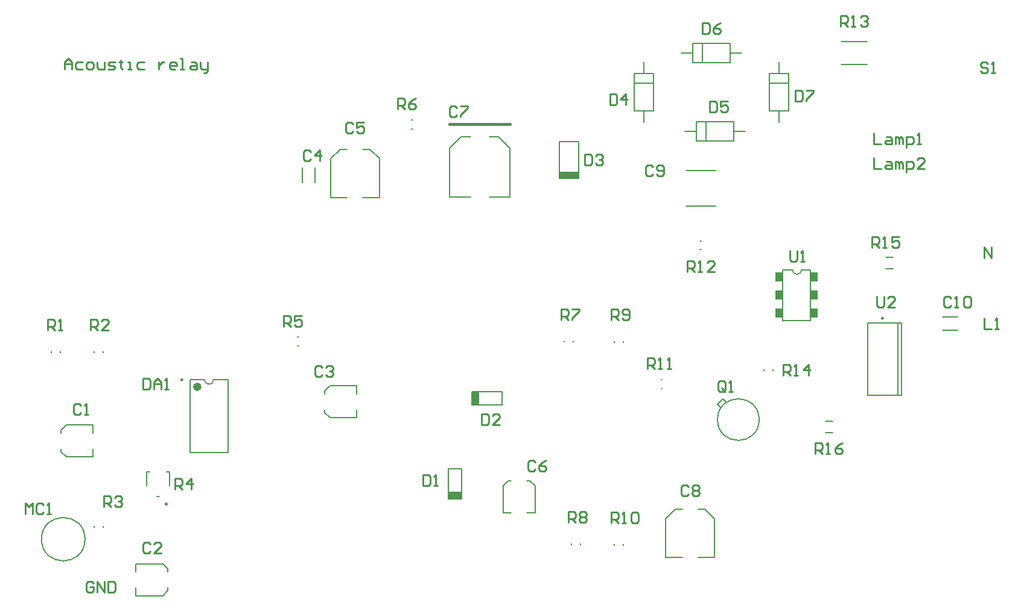
<source format=gto>
G04*
G04 #@! TF.GenerationSoftware,Altium Limited,Altium Designer,21.2.2 (38)*
G04*
G04 Layer_Color=65535*
%FSLAX25Y25*%
%MOIN*%
G70*
G04*
G04 #@! TF.SameCoordinates,8B9A036C-55B3-4DDA-9E79-EC33CF3C9B41*
G04*
G04*
G04 #@! TF.FilePolarity,Positive*
G04*
G01*
G75*
%ADD10C,0.00984*%
%ADD11C,0.00787*%
%ADD12C,0.02362*%
%ADD13C,0.00591*%
%ADD14C,0.00600*%
%ADD15C,0.01575*%
%ADD16C,0.01000*%
%ADD17R,0.03866X0.07284*%
%ADD18R,0.07284X0.03866*%
%ADD19R,0.10698X0.03736*%
G36*
X462287Y235846D02*
X458290D01*
Y240849D01*
X462287D01*
Y235846D01*
D02*
G37*
G36*
X442787D02*
X438773D01*
Y240857D01*
X442787D01*
Y235846D01*
D02*
G37*
G36*
X462287Y225847D02*
X458297D01*
Y230848D01*
X462287D01*
Y225847D01*
D02*
G37*
G36*
X442787D02*
X438779D01*
Y230848D01*
X442787D01*
Y225847D01*
D02*
G37*
G36*
X462287Y215846D02*
X458309D01*
Y220834D01*
X462287D01*
Y215846D01*
D02*
G37*
G36*
X442787D02*
X438784D01*
Y220845D01*
X442787D01*
Y215846D01*
D02*
G37*
D10*
X102854Y112795D02*
G03*
X102854Y112795I-492J0D01*
G01*
X111476Y181535D02*
G03*
X111476Y181535I-492J0D01*
G01*
X498524Y215551D02*
G03*
X498524Y215551I-492J0D01*
G01*
D11*
X123484Y181496D02*
G03*
X128484Y181496I2500J0D01*
G01*
X97047Y116929D02*
X98622D01*
X104134Y122835D02*
Y130709D01*
X102559D02*
X104134D01*
X91535D02*
X93110D01*
X91535Y122835D02*
Y130709D01*
X211024Y309055D02*
X214961D01*
X220079Y303937D01*
X193307D02*
X198425Y309055D01*
X202362D01*
X220079Y282284D02*
Y303937D01*
X211024Y282284D02*
X220079D01*
X193307D02*
X202362D01*
X193307D02*
Y303937D01*
X288386Y107874D02*
Y122736D01*
Y107874D02*
X292913D01*
X301575D02*
X306102D01*
Y122736D01*
X291240Y125591D02*
X292913D01*
X288386Y122736D02*
X291240Y125591D01*
X303248D02*
X306102Y122736D01*
X301575Y125591D02*
X303248D01*
X280709Y315945D02*
X285925D01*
X292323Y309547D01*
X258858D02*
X265256Y315945D01*
X270472D01*
X292323Y282480D02*
Y309547D01*
X280709Y282480D02*
X292323D01*
X258858D02*
X270472D01*
X258858D02*
Y309547D01*
X271161Y174902D02*
X287894D01*
X271161Y167618D02*
Y174902D01*
X287894Y167618D02*
Y174902D01*
X271161Y167618D02*
X287894D01*
X265453Y115650D02*
Y132382D01*
X258169D02*
X265453D01*
X258169Y115650D02*
X265453D01*
X258169D02*
Y132382D01*
X85630Y79724D02*
X100492D01*
X85630Y75197D02*
Y79724D01*
Y62008D02*
Y66535D01*
Y62008D02*
X100492D01*
X103346Y75197D02*
Y76870D01*
X100492Y79724D02*
X103346Y76870D01*
X100492Y62008D02*
X103346Y64862D01*
Y66535D01*
X115551Y141339D02*
Y181496D01*
X136417Y141339D02*
Y181496D01*
X115551D02*
X123484D01*
X128484D02*
X136417D01*
X115551Y141339D02*
X136417D01*
X47146Y138780D02*
X62008D01*
Y143307D01*
Y151969D02*
Y156496D01*
X47146D02*
X62008D01*
X44291Y141634D02*
Y143307D01*
Y141634D02*
X47146Y138780D01*
X44291Y153642D02*
X47146Y156496D01*
X44291Y151969D02*
Y153642D01*
X192815Y160433D02*
X207677D01*
Y164961D01*
Y173622D02*
Y178150D01*
X192815D02*
X207677D01*
X189961Y163287D02*
Y164961D01*
Y163287D02*
X192815Y160433D01*
X189961Y175295D02*
X192815Y178150D01*
X189961Y173622D02*
Y175295D01*
X184547Y290729D02*
Y298832D01*
X177658Y290729D02*
Y298832D01*
X406906Y168006D02*
X408933Y165980D01*
X409828Y170928D02*
X411854Y168902D01*
X406906Y168006D02*
X409828Y170928D01*
X490000Y212992D02*
X508504D01*
X490000Y172835D02*
X508504D01*
X490000D02*
Y212992D01*
X508504Y172835D02*
Y212992D01*
X506535Y172835D02*
Y212992D01*
X466535Y152362D02*
X470472D01*
X466535Y158661D02*
X470472D01*
X500000Y242913D02*
X503937D01*
X500000Y249213D02*
X503937D01*
X432579Y186722D02*
Y187294D01*
X437500Y186722D02*
Y187294D01*
X475098Y355807D02*
X489469D01*
X475098Y368602D02*
X489469D01*
X397352Y258366D02*
X397924D01*
X397352Y253445D02*
X397924D01*
X375698Y181595D02*
X376270D01*
X375698Y176673D02*
X376270D01*
X349901Y90065D02*
Y90637D01*
X354823Y90065D02*
Y90637D01*
X349902Y202270D02*
Y202842D01*
X354823Y202270D02*
Y202842D01*
X326279Y90265D02*
Y90837D01*
X331201Y90265D02*
Y90837D01*
X322342Y202470D02*
Y203042D01*
X327264Y202470D02*
Y203042D01*
X237903Y325295D02*
X238475D01*
X237903Y320374D02*
X238475D01*
X174911Y200295D02*
X175483D01*
X174911Y205217D02*
X175483D01*
X67421Y99908D02*
Y100480D01*
X62500Y99908D02*
Y100480D01*
X67421Y196564D02*
Y197136D01*
X62500Y196564D02*
Y197136D01*
X43799Y196564D02*
Y197136D01*
X38878Y196564D02*
Y197136D01*
X446260Y330315D02*
Y350787D01*
X435630Y330315D02*
X446260D01*
X435630D02*
Y350787D01*
X446260D01*
X440945D02*
Y357236D01*
Y323866D02*
Y330315D01*
X435906Y345669D02*
X445984D01*
X395276Y324213D02*
X415748D01*
Y313583D02*
Y324213D01*
X395276Y313583D02*
X415748D01*
X395276D02*
Y324213D01*
X388827Y318898D02*
X395276D01*
X415748D02*
X422197D01*
X400394Y313858D02*
Y323937D01*
X393307Y367520D02*
X413780D01*
Y356890D02*
Y367520D01*
X393307Y356890D02*
X413780D01*
X393307D02*
Y367520D01*
X386858Y362205D02*
X393307D01*
X413780D02*
X420228D01*
X398425Y357165D02*
Y367244D01*
X371457Y330315D02*
Y350787D01*
X360827Y330315D02*
X371457D01*
X360827D02*
Y350787D01*
X371457D01*
X366142D02*
Y357236D01*
Y323866D02*
Y330315D01*
X361102Y345669D02*
X371181D01*
X330157Y292913D02*
Y313386D01*
X319449D02*
X330157D01*
X319449Y292913D02*
Y313386D01*
Y292913D02*
X330157D01*
X531311Y208858D02*
X539555D01*
X531311Y216339D02*
X539555D01*
X389475Y297244D02*
X405801D01*
X389475Y277559D02*
X405801D01*
X378347Y83071D02*
Y104725D01*
Y83071D02*
X387402D01*
X396063D02*
X405118D01*
Y104725D01*
X383465Y109843D02*
X387402D01*
X378347Y104725D02*
X383465Y109843D01*
X400000D02*
X405118Y104725D01*
X396063Y109843D02*
X400000D01*
D12*
X120669Y177559D02*
G03*
X120669Y177559I-1181J0D01*
G01*
D13*
X429882Y159449D02*
G03*
X429882Y159449I-11496J0D01*
G01*
X57480Y93307D02*
G03*
X57480Y93307I-12008J0D01*
G01*
D14*
X448287Y242347D02*
G03*
X453287Y242347I2500J0D01*
G01*
X448287D02*
G03*
X453287Y242347I2500J0D01*
G01*
X442787Y214347D02*
Y242347D01*
Y214347D02*
X458287D01*
Y242347D01*
X442787Y218347D02*
Y242347D01*
X453287D02*
X458287D01*
X453287D02*
X458287D01*
X442787D02*
X448287D01*
X442787D02*
X448287D01*
D15*
X258859Y323031D02*
X292323D01*
D16*
X46276Y353393D02*
Y357392D01*
X48275Y359391D01*
X50274Y357392D01*
Y353393D01*
Y356392D01*
X46276D01*
X56272Y357392D02*
X53273D01*
X52274Y356392D01*
Y354393D01*
X53273Y353393D01*
X56272D01*
X59271D02*
X61271D01*
X62270Y354393D01*
Y356392D01*
X61271Y357392D01*
X59271D01*
X58272Y356392D01*
Y354393D01*
X59271Y353393D01*
X64270Y357392D02*
Y354393D01*
X65269Y353393D01*
X68269D01*
Y357392D01*
X70268Y353393D02*
X73267D01*
X74266Y354393D01*
X73267Y355392D01*
X71267D01*
X70268Y356392D01*
X71267Y357392D01*
X74266D01*
X77266Y358391D02*
Y357392D01*
X76266D01*
X78265D01*
X77266D01*
Y354393D01*
X78265Y353393D01*
X81264D02*
X83264D01*
X82264D01*
Y357392D01*
X81264D01*
X90261D02*
X87262D01*
X86263Y356392D01*
Y354393D01*
X87262Y353393D01*
X90261D01*
X98259Y357392D02*
Y353393D01*
Y355392D01*
X99259Y356392D01*
X100258Y357392D01*
X101258D01*
X107256Y353393D02*
X105256D01*
X104257Y354393D01*
Y356392D01*
X105256Y357392D01*
X107256D01*
X108256Y356392D01*
Y355392D01*
X104257D01*
X110255Y353393D02*
X112254D01*
X111255D01*
Y359391D01*
X110255D01*
X116253Y357392D02*
X118252D01*
X119252Y356392D01*
Y353393D01*
X116253D01*
X115253Y354393D01*
X116253Y355392D01*
X119252D01*
X121251Y357392D02*
Y354393D01*
X122251Y353393D01*
X125250D01*
Y352393D01*
X124250Y351394D01*
X123251D01*
X125250Y353393D02*
Y357392D01*
X62085Y68990D02*
X61086Y69990D01*
X59086D01*
X58087Y68990D01*
Y64992D01*
X59086Y63992D01*
X61086D01*
X62085Y64992D01*
Y66991D01*
X60086D01*
X64085Y63992D02*
Y69990D01*
X68083Y63992D01*
Y69990D01*
X70083D02*
Y63992D01*
X73082D01*
X74081Y64992D01*
Y68990D01*
X73082Y69990D01*
X70083D01*
X493126Y304273D02*
Y298275D01*
X497125D01*
X500124Y302274D02*
X502123D01*
X503123Y301274D01*
Y298275D01*
X500124D01*
X499124Y299275D01*
X500124Y300274D01*
X503123D01*
X505122Y298275D02*
Y302274D01*
X506122D01*
X507122Y301274D01*
Y298275D01*
Y301274D01*
X508121Y302274D01*
X509121Y301274D01*
Y298275D01*
X511120Y296276D02*
Y302274D01*
X514119D01*
X515119Y301274D01*
Y299275D01*
X514119Y298275D01*
X511120D01*
X521117D02*
X517118D01*
X521117Y302274D01*
Y303273D01*
X520117Y304273D01*
X518118D01*
X517118Y303273D01*
X493126Y318053D02*
Y312054D01*
X497125D01*
X500124Y316053D02*
X502123D01*
X503123Y315054D01*
Y312054D01*
X500124D01*
X499124Y313054D01*
X500124Y314054D01*
X503123D01*
X505122Y312054D02*
Y316053D01*
X506122D01*
X507122Y315054D01*
Y312054D01*
Y315054D01*
X508121Y316053D01*
X509121Y315054D01*
Y312054D01*
X511120Y310055D02*
Y316053D01*
X514119D01*
X515119Y315054D01*
Y313054D01*
X514119Y312054D01*
X511120D01*
X517118D02*
X519118D01*
X518118D01*
Y318053D01*
X517118Y317053D01*
X554150Y215659D02*
Y209661D01*
X558148D01*
X560148D02*
X562147D01*
X561147D01*
Y215659D01*
X560148Y214660D01*
X554150Y249031D02*
Y255030D01*
X558148Y249031D01*
Y255030D01*
X556180Y356392D02*
X555180Y357392D01*
X553181D01*
X552181Y356392D01*
Y355392D01*
X553181Y354393D01*
X555180D01*
X556180Y353393D01*
Y352393D01*
X555180Y351394D01*
X553181D01*
X552181Y352393D01*
X558179Y351394D02*
X560179D01*
X559179D01*
Y357392D01*
X558179Y356392D01*
X262773Y331836D02*
X261774Y332836D01*
X259774D01*
X258775Y331836D01*
Y327837D01*
X259774Y326838D01*
X261774D01*
X262773Y327837D01*
X264773Y332836D02*
X268772D01*
Y331836D01*
X264773Y327837D01*
Y326838D01*
X306087Y135858D02*
X305087Y136857D01*
X303088D01*
X302088Y135858D01*
Y131859D01*
X303088Y130859D01*
X305087D01*
X306087Y131859D01*
X312085Y136857D02*
X310086Y135858D01*
X308086Y133858D01*
Y131859D01*
X309086Y130859D01*
X311085D01*
X312085Y131859D01*
Y132859D01*
X311085Y133858D01*
X308086D01*
X107206Y121017D02*
Y127015D01*
X110205D01*
X111205Y126015D01*
Y124016D01*
X110205Y123016D01*
X107206D01*
X109206D02*
X111205Y121017D01*
X116203D02*
Y127015D01*
X113204Y124016D01*
X117203D01*
X188574Y188236D02*
X187574Y189236D01*
X185574D01*
X184575Y188236D01*
Y184238D01*
X185574Y183238D01*
X187574D01*
X188574Y184238D01*
X190573Y188236D02*
X191572Y189236D01*
X193572D01*
X194572Y188236D01*
Y187236D01*
X193572Y186237D01*
X192572D01*
X193572D01*
X194572Y185237D01*
Y184238D01*
X193572Y183238D01*
X191572D01*
X190573Y184238D01*
X93489Y90582D02*
X92489Y91582D01*
X90490D01*
X89490Y90582D01*
Y86583D01*
X90490Y85584D01*
X92489D01*
X93489Y86583D01*
X99487Y85584D02*
X95488D01*
X99487Y89582D01*
Y90582D01*
X98487Y91582D01*
X96487D01*
X95488Y90582D01*
X55118Y167354D02*
X54118Y168353D01*
X52119D01*
X51119Y167354D01*
Y163355D01*
X52119Y162355D01*
X54118D01*
X55118Y163355D01*
X57117Y162355D02*
X59117D01*
X58117D01*
Y168353D01*
X57117Y167354D01*
X244033Y128983D02*
Y122985D01*
X247032D01*
X248031Y123985D01*
Y127984D01*
X247032Y128983D01*
X244033D01*
X250031Y122985D02*
X252030D01*
X251030D01*
Y128983D01*
X250031Y127984D01*
X182273Y307636D02*
X181274Y308636D01*
X179274D01*
X178275Y307636D01*
Y303638D01*
X179274Y302638D01*
X181274D01*
X182273Y303638D01*
X187272Y302638D02*
Y308636D01*
X184273Y305637D01*
X188272D01*
X411073Y175738D02*
Y179736D01*
X410074Y180736D01*
X408075D01*
X407075Y179736D01*
Y175738D01*
X408075Y174738D01*
X410074D01*
X409074Y176737D02*
X411073Y174738D01*
X410074D02*
X411073Y175738D01*
X413073Y174738D02*
X415072D01*
X414073D01*
Y180736D01*
X413073Y179736D01*
X495002Y227409D02*
Y222410D01*
X496001Y221410D01*
X498001D01*
X499000Y222410D01*
Y227409D01*
X504998Y221410D02*
X501000D01*
X504998Y225409D01*
Y226409D01*
X503999Y227409D01*
X501999D01*
X501000Y226409D01*
X446789Y252999D02*
Y248001D01*
X447788Y247001D01*
X449788D01*
X450787Y248001D01*
Y252999D01*
X452787Y247001D02*
X454786D01*
X453786D01*
Y252999D01*
X452787Y251999D01*
X461006Y140702D02*
Y146700D01*
X464005D01*
X465005Y145700D01*
Y143701D01*
X464005Y142701D01*
X461006D01*
X463006D02*
X465005Y140702D01*
X467004D02*
X469004D01*
X468004D01*
Y146700D01*
X467004Y145700D01*
X476002Y146700D02*
X474002Y145700D01*
X472003Y143701D01*
Y141701D01*
X473002Y140702D01*
X475002D01*
X476002Y141701D01*
Y142701D01*
X475002Y143701D01*
X472003D01*
X492275Y254638D02*
Y260636D01*
X495274D01*
X496274Y259636D01*
Y257637D01*
X495274Y256637D01*
X492275D01*
X494274D02*
X496274Y254638D01*
X498273D02*
X500272D01*
X499272D01*
Y260636D01*
X498273Y259636D01*
X507270Y260636D02*
X503271D01*
Y257637D01*
X505271Y258636D01*
X506270D01*
X507270Y257637D01*
Y255638D01*
X506270Y254638D01*
X504271D01*
X503271Y255638D01*
X443290Y184009D02*
Y190007D01*
X446289D01*
X447289Y189007D01*
Y187008D01*
X446289Y186008D01*
X443290D01*
X445289D02*
X447289Y184009D01*
X449288D02*
X451287D01*
X450288D01*
Y190007D01*
X449288Y189007D01*
X457285Y184009D02*
Y190007D01*
X454286Y187008D01*
X458285D01*
X474786Y376922D02*
Y382920D01*
X477785D01*
X478785Y381921D01*
Y379921D01*
X477785Y378922D01*
X474786D01*
X476785D02*
X478785Y376922D01*
X480784D02*
X482783D01*
X481784D01*
Y382920D01*
X480784Y381921D01*
X485782D02*
X486782Y382920D01*
X488781D01*
X489781Y381921D01*
Y380921D01*
X488781Y379921D01*
X487782D01*
X488781D01*
X489781Y378922D01*
Y377922D01*
X488781Y376922D01*
X486782D01*
X485782Y377922D01*
X390140Y241095D02*
Y247094D01*
X393139D01*
X394139Y246094D01*
Y244094D01*
X393139Y243095D01*
X390140D01*
X392140D02*
X394139Y241095D01*
X396138D02*
X398138D01*
X397138D01*
Y247094D01*
X396138Y246094D01*
X405135Y241095D02*
X401137D01*
X405135Y245094D01*
Y246094D01*
X404136Y247094D01*
X402136D01*
X401137Y246094D01*
X368075Y187438D02*
Y193436D01*
X371074D01*
X372074Y192436D01*
Y190437D01*
X371074Y189437D01*
X368075D01*
X370074D02*
X372074Y187438D01*
X374073D02*
X376072D01*
X375073D01*
Y193436D01*
X374073Y192436D01*
X379071Y187438D02*
X381071D01*
X380071D01*
Y193436D01*
X379071Y192436D01*
X348075Y102238D02*
Y108236D01*
X351074D01*
X352074Y107236D01*
Y105237D01*
X351074Y104237D01*
X348075D01*
X350074D02*
X352074Y102238D01*
X354073D02*
X356072D01*
X355072D01*
Y108236D01*
X354073Y107236D01*
X359071D02*
X360071Y108236D01*
X362070D01*
X363070Y107236D01*
Y103237D01*
X362070Y102238D01*
X360071D01*
X359071Y103237D01*
Y107236D01*
X348075Y214438D02*
Y220436D01*
X351074D01*
X352074Y219436D01*
Y217437D01*
X351074Y216437D01*
X348075D01*
X350074D02*
X352074Y214438D01*
X354073Y215438D02*
X355072Y214438D01*
X357072D01*
X358072Y215438D01*
Y219436D01*
X357072Y220436D01*
X355072D01*
X354073Y219436D01*
Y218437D01*
X355072Y217437D01*
X358072D01*
X324375Y102438D02*
Y108436D01*
X327374D01*
X328374Y107436D01*
Y105437D01*
X327374Y104437D01*
X324375D01*
X326374D02*
X328374Y102438D01*
X330373Y107436D02*
X331372Y108436D01*
X333372D01*
X334372Y107436D01*
Y106437D01*
X333372Y105437D01*
X334372Y104437D01*
Y103437D01*
X333372Y102438D01*
X331372D01*
X330373Y103437D01*
Y104437D01*
X331372Y105437D01*
X330373Y106437D01*
Y107436D01*
X331372Y105437D02*
X333372D01*
X320475Y214638D02*
Y220636D01*
X323474D01*
X324474Y219636D01*
Y217637D01*
X323474Y216637D01*
X320475D01*
X322474D02*
X324474Y214638D01*
X326473Y220636D02*
X330472D01*
Y219636D01*
X326473Y215637D01*
Y214638D01*
X230275Y331138D02*
Y337136D01*
X233274D01*
X234274Y336136D01*
Y334137D01*
X233274Y333137D01*
X230275D01*
X232274D02*
X234274Y331138D01*
X240272Y337136D02*
X238272Y336136D01*
X236273Y334137D01*
Y332137D01*
X237273Y331138D01*
X239272D01*
X240272Y332137D01*
Y333137D01*
X239272Y334137D01*
X236273D01*
X167275Y211038D02*
Y217036D01*
X170274D01*
X171274Y216036D01*
Y214037D01*
X170274Y213037D01*
X167275D01*
X169274D02*
X171274Y211038D01*
X177272Y217036D02*
X173273D01*
Y214037D01*
X175272Y215037D01*
X176272D01*
X177272Y214037D01*
Y212037D01*
X176272Y211038D01*
X174273D01*
X173273Y212037D01*
X67836Y111174D02*
Y117172D01*
X70835D01*
X71835Y116173D01*
Y114173D01*
X70835Y113174D01*
X67836D01*
X69836D02*
X71835Y111174D01*
X73834Y116173D02*
X74834Y117172D01*
X76833D01*
X77833Y116173D01*
Y115173D01*
X76833Y114173D01*
X75834D01*
X76833D01*
X77833Y113174D01*
Y112174D01*
X76833Y111174D01*
X74834D01*
X73834Y112174D01*
X60675Y208738D02*
Y214736D01*
X63674D01*
X64674Y213736D01*
Y211737D01*
X63674Y210737D01*
X60675D01*
X62674D02*
X64674Y208738D01*
X70672D02*
X66673D01*
X70672Y212737D01*
Y213736D01*
X69672Y214736D01*
X67672D01*
X66673Y213736D01*
X36975Y208738D02*
Y214736D01*
X39974D01*
X40973Y213736D01*
Y211737D01*
X39974Y210737D01*
X36975D01*
X38974D02*
X40973Y208738D01*
X42973D02*
X44972D01*
X43973D01*
Y214736D01*
X42973Y213736D01*
X24498Y107237D02*
Y113235D01*
X26498Y111236D01*
X28497Y113235D01*
Y107237D01*
X34495Y112236D02*
X33495Y113235D01*
X31496D01*
X30496Y112236D01*
Y108237D01*
X31496Y107237D01*
X33495D01*
X34495Y108237D01*
X36494Y107237D02*
X38494D01*
X37494D01*
Y113235D01*
X36494Y112236D01*
X89459Y182133D02*
Y176135D01*
X92458D01*
X93458Y177135D01*
Y181133D01*
X92458Y182133D01*
X89459D01*
X95457Y176135D02*
Y180133D01*
X97456Y182133D01*
X99456Y180133D01*
Y176135D01*
Y179134D01*
X95457D01*
X101455Y176135D02*
X103454D01*
X102455D01*
Y182133D01*
X101455Y181133D01*
X449726Y341582D02*
Y335584D01*
X452725D01*
X453725Y336583D01*
Y340582D01*
X452725Y341582D01*
X449726D01*
X455724D02*
X459723D01*
Y340582D01*
X455724Y336583D01*
Y335584D01*
X402482Y335676D02*
Y329678D01*
X405481D01*
X406481Y330678D01*
Y334677D01*
X405481Y335676D01*
X402482D01*
X412479D02*
X408480D01*
Y332677D01*
X410479Y333677D01*
X411479D01*
X412479Y332677D01*
Y330678D01*
X411479Y329678D01*
X409480D01*
X408480Y330678D01*
X398545Y378983D02*
Y372985D01*
X401544D01*
X402544Y373985D01*
Y377984D01*
X401544Y378983D01*
X398545D01*
X408542D02*
X406542Y377984D01*
X404543Y375984D01*
Y373985D01*
X405543Y372985D01*
X407542D01*
X408542Y373985D01*
Y374985D01*
X407542Y375984D01*
X404543D01*
X347364Y339613D02*
Y333615D01*
X350363D01*
X351362Y334615D01*
Y338614D01*
X350363Y339613D01*
X347364D01*
X356361Y333615D02*
Y339613D01*
X353362Y336614D01*
X357361D01*
X333584Y306149D02*
Y300151D01*
X336583D01*
X337583Y301150D01*
Y305149D01*
X336583Y306149D01*
X333584D01*
X339582Y305149D02*
X340582Y306149D01*
X342581D01*
X343581Y305149D01*
Y304149D01*
X342581Y303150D01*
X341582D01*
X342581D01*
X343581Y302150D01*
Y301150D01*
X342581Y300151D01*
X340582D01*
X339582Y301150D01*
X276498Y162448D02*
Y156450D01*
X279497D01*
X280496Y157449D01*
Y161448D01*
X279497Y162448D01*
X276498D01*
X286494Y156450D02*
X282496D01*
X286494Y160449D01*
Y161448D01*
X285495Y162448D01*
X283495D01*
X282496Y161448D01*
X535871Y226409D02*
X534871Y227409D01*
X532872D01*
X531873Y226409D01*
Y222410D01*
X532872Y221410D01*
X534871D01*
X535871Y222410D01*
X537871Y221410D02*
X539870D01*
X538870D01*
Y227409D01*
X537871Y226409D01*
X542869D02*
X543869Y227409D01*
X545868D01*
X546868Y226409D01*
Y222410D01*
X545868Y221410D01*
X543869D01*
X542869Y222410D01*
Y226409D01*
X371048Y299243D02*
X370048Y300243D01*
X368049D01*
X367049Y299243D01*
Y295245D01*
X368049Y294245D01*
X370048D01*
X371048Y295245D01*
X373047D02*
X374047Y294245D01*
X376046D01*
X377046Y295245D01*
Y299243D01*
X376046Y300243D01*
X374047D01*
X373047Y299243D01*
Y298244D01*
X374047Y297244D01*
X377046D01*
X390733Y122078D02*
X389733Y123078D01*
X387734D01*
X386734Y122078D01*
Y118079D01*
X387734Y117080D01*
X389733D01*
X390733Y118079D01*
X392732Y122078D02*
X393732Y123078D01*
X395731D01*
X396731Y122078D01*
Y121078D01*
X395731Y120079D01*
X396731Y119079D01*
Y118079D01*
X395731Y117080D01*
X393732D01*
X392732Y118079D01*
Y119079D01*
X393732Y120079D01*
X392732Y121078D01*
Y122078D01*
X393732Y120079D02*
X395731D01*
X205693Y322866D02*
X204694Y323865D01*
X202694D01*
X201694Y322866D01*
Y318867D01*
X202694Y317867D01*
X204694D01*
X205693Y318867D01*
X211691Y323865D02*
X207693D01*
Y320866D01*
X209692Y321866D01*
X210692D01*
X211691Y320866D01*
Y318867D01*
X210692Y317867D01*
X208692D01*
X207693Y318867D01*
D17*
X273095Y171260D02*
D03*
D18*
X261811Y117583D02*
D03*
D19*
X324808Y294781D02*
D03*
M02*

</source>
